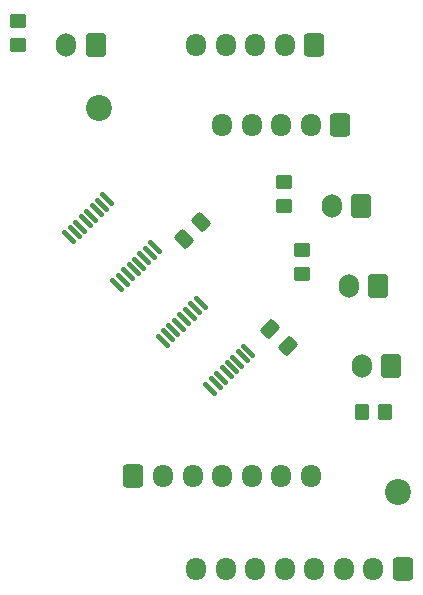
<source format=gts>
%TF.GenerationSoftware,KiCad,Pcbnew,7.0.6*%
%TF.CreationDate,2023-07-13T14:44:05+02:00*%
%TF.ProjectId,LH_GripLogicBoard_FreeJoy,4c485f47-7269-4704-9c6f-676963426f61,rev?*%
%TF.SameCoordinates,Original*%
%TF.FileFunction,Soldermask,Top*%
%TF.FilePolarity,Negative*%
%FSLAX46Y46*%
G04 Gerber Fmt 4.6, Leading zero omitted, Abs format (unit mm)*
G04 Created by KiCad (PCBNEW 7.0.6) date 2023-07-13 14:44:05*
%MOMM*%
%LPD*%
G01*
G04 APERTURE LIST*
G04 Aperture macros list*
%AMRoundRect*
0 Rectangle with rounded corners*
0 $1 Rounding radius*
0 $2 $3 $4 $5 $6 $7 $8 $9 X,Y pos of 4 corners*
0 Add a 4 corners polygon primitive as box body*
4,1,4,$2,$3,$4,$5,$6,$7,$8,$9,$2,$3,0*
0 Add four circle primitives for the rounded corners*
1,1,$1+$1,$2,$3*
1,1,$1+$1,$4,$5*
1,1,$1+$1,$6,$7*
1,1,$1+$1,$8,$9*
0 Add four rect primitives between the rounded corners*
20,1,$1+$1,$2,$3,$4,$5,0*
20,1,$1+$1,$4,$5,$6,$7,0*
20,1,$1+$1,$6,$7,$8,$9,0*
20,1,$1+$1,$8,$9,$2,$3,0*%
G04 Aperture macros list end*
%ADD10C,2.200000*%
%ADD11RoundRect,0.250000X-0.097227X0.574524X-0.574524X0.097227X0.097227X-0.574524X0.574524X-0.097227X0*%
%ADD12RoundRect,0.250000X0.450000X-0.350000X0.450000X0.350000X-0.450000X0.350000X-0.450000X-0.350000X0*%
%ADD13RoundRect,0.100000X-0.521491X0.380070X0.380070X-0.521491X0.521491X-0.380070X-0.380070X0.521491X0*%
%ADD14RoundRect,0.250000X-0.350000X-0.450000X0.350000X-0.450000X0.350000X0.450000X-0.350000X0.450000X0*%
%ADD15RoundRect,0.250000X0.574524X0.097227X0.097227X0.574524X-0.574524X-0.097227X-0.097227X-0.574524X0*%
%ADD16RoundRect,0.250000X-0.600000X-0.725000X0.600000X-0.725000X0.600000X0.725000X-0.600000X0.725000X0*%
%ADD17O,1.700000X1.950000*%
%ADD18RoundRect,0.250000X0.600000X0.725000X-0.600000X0.725000X-0.600000X-0.725000X0.600000X-0.725000X0*%
%ADD19RoundRect,0.250000X0.600000X0.750000X-0.600000X0.750000X-0.600000X-0.750000X0.600000X-0.750000X0*%
%ADD20O,1.700000X2.000000*%
G04 APERTURE END LIST*
D10*
X30930000Y-24390000D03*
D11*
X39603623Y-34006377D03*
X38136377Y-35473623D03*
D10*
X56310000Y-56850000D03*
D12*
X46630000Y-32640000D03*
X46630000Y-30640000D03*
D13*
X31684575Y-32117239D03*
X31224955Y-32576858D03*
X30765336Y-33036478D03*
X30305717Y-33496097D03*
X29846097Y-33955717D03*
X29386478Y-34415336D03*
X28926858Y-34874955D03*
X28467239Y-35334575D03*
X32515425Y-39382761D03*
X32975045Y-38923142D03*
X33434664Y-38463522D03*
X33894283Y-38003903D03*
X34353903Y-37544283D03*
X34813522Y-37084664D03*
X35273142Y-36625045D03*
X35732761Y-36165425D03*
D14*
X53200000Y-50100000D03*
X55200000Y-50100000D03*
D12*
X48140000Y-38420000D03*
X48140000Y-36420000D03*
D13*
X39564575Y-40867239D03*
X39104955Y-41326858D03*
X38645336Y-41786478D03*
X38185717Y-42246097D03*
X37726097Y-42705717D03*
X37266478Y-43165336D03*
X36806858Y-43624955D03*
X36347239Y-44084575D03*
X40395425Y-48132761D03*
X40855045Y-47673142D03*
X41314664Y-47213522D03*
X41774283Y-46753903D03*
X42233903Y-46294283D03*
X42693522Y-45834664D03*
X43153142Y-45375045D03*
X43612761Y-44915425D03*
D12*
X24140000Y-19010000D03*
X24140000Y-17010000D03*
D15*
X46933623Y-44543623D03*
X45466377Y-43076377D03*
D16*
X33890000Y-55520000D03*
D17*
X36390000Y-55520000D03*
X38890000Y-55520000D03*
X41390000Y-55520000D03*
X43890000Y-55520000D03*
X46390000Y-55520000D03*
X48890000Y-55520000D03*
D18*
X51390000Y-25830000D03*
D17*
X48890000Y-25830000D03*
X46390000Y-25830000D03*
X43890000Y-25830000D03*
X41390000Y-25830000D03*
D18*
X56680000Y-63428000D03*
D17*
X54180000Y-63428000D03*
X51680000Y-63428000D03*
X49180000Y-63428000D03*
X46680000Y-63428000D03*
X44180000Y-63428000D03*
X41680000Y-63428000D03*
X39180000Y-63428000D03*
D18*
X49180000Y-19030000D03*
D17*
X46680000Y-19030000D03*
X44180000Y-19030000D03*
X41680000Y-19030000D03*
X39180000Y-19030000D03*
D19*
X54630000Y-39440000D03*
D20*
X52130000Y-39440000D03*
D19*
X53160000Y-32640000D03*
D20*
X50660000Y-32640000D03*
D19*
X30700000Y-19035000D03*
D20*
X28200000Y-19035000D03*
D19*
X55700000Y-46250000D03*
D20*
X53200000Y-46250000D03*
M02*

</source>
